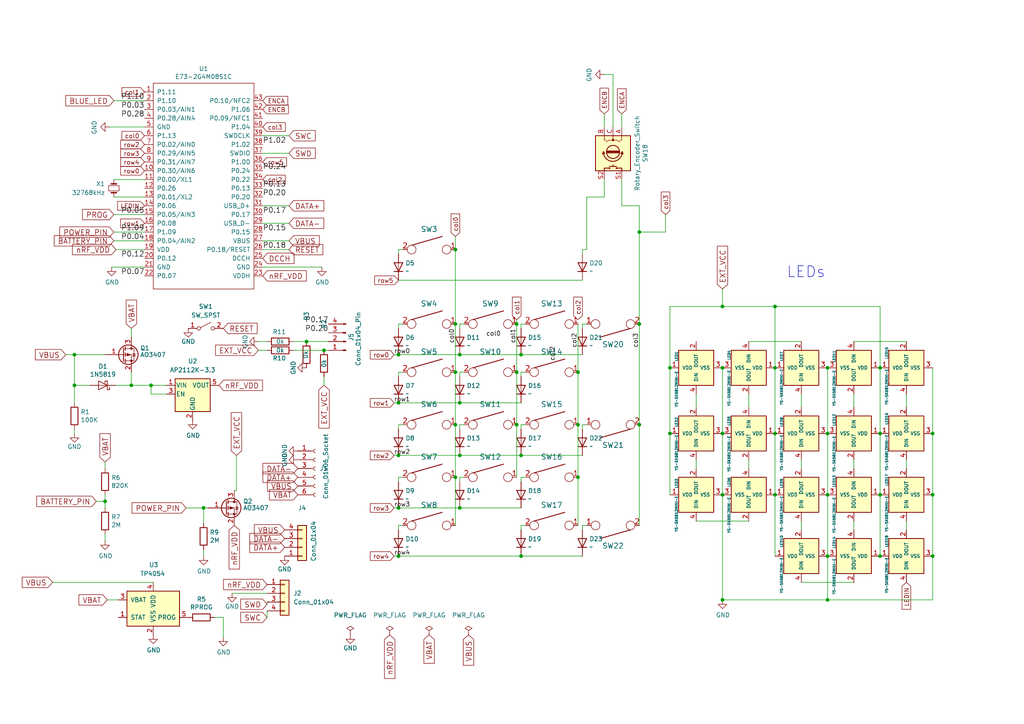
<source format=kicad_sch>
(kicad_sch (version 20250114) (generator "eeschema") (generator_version "9.0")
  (paper "A4")
  (lib_symbols
    (symbol "Battery_Management:MCP73832-2-OT" (pin_names (offset 1.016))
      (property "Reference" "U" (at -7.62 6.35 0))
      (property "Value" "MCP73832-2-OT" (at 1.27 6.35 0))
      (symbol "MCP73832-2-OT_1_1"
        (pin input line (at -10.16 -2.54 0) (length 2.54) (name "PROG") (number "5"))
        (pin power_in line (at 0 7.62 270) (length 2.54) (name "VDD") (number "4"))
        (pin power_in line (at 0 -7.62 90) (length 2.54) (name "VSS") (number "2"))
        (pin power_out line (at 10.16 2.54 180) (length 2.54) (name "VBAT") (number "3"))
        (pin output line (at 10.16 -2.54 180) (length 2.54) (name "STAT") (number "1"))
      )
    )
    (symbol "Connector:Conn_01x04_Pin" (pin_names (offset 1.016) (hide yes))
      (property "Reference" "J" (at 0 5.08 0))
      (property "Value" "Conn_01x04_Pin" (at 0 -7.62 0))
      (symbol "Conn_01x04_Pin_1_1"
        (pin passive line (at 5.08 2.54 180) (length 3.81) (name "Pin_1") (number "1"))
        (pin passive line (at 5.08 0 180) (length 3.81) (name "Pin_2") (number "2"))
        (pin passive line (at 5.08 -2.54 180) (length 3.81) (name "Pin_3") (number "3"))
        (pin passive line (at 5.08 -5.08 180) (length 3.81) (name "Pin_4") (number "4"))
      )
    )
    (symbol "Connector:Conn_01x06_Socket" (pin_names (offset 1.016) (hide yes))
      (property "Reference" "J" (at 0 7.62 0))
      (property "Value" "Conn_01x06_Socket" (at 0 -10.16 0))
      (symbol "Conn_01x06_Socket_1_1"
        (pin passive line (at -5.08 5.08 0) (length 3.81) (name "Pin_1") (number "1"))
        (pin passive line (at -5.08 2.54 0) (length 3.81) (name "Pin_2") (number "2"))
        (pin passive line (at -5.08 0 0) (length 3.81) (name "Pin_3") (number "3"))
        (pin passive line (at -5.08 -2.54 0) (length 3.81) (name "Pin_4") (number "4"))
        (pin passive line (at -5.08 -5.08 0) (length 3.81) (name "Pin_5") (number "5"))
        (pin passive line (at -5.08 -7.62 0) (length 3.81) (name "Pin_6") (number "6"))
      )
    )
    (symbol "Connector_Generic:Conn_01x04" (pin_names (offset 1.016) (hide yes))
      (property "Reference" "J" (at 0 5.08 0))
      (property "Value" "Conn_01x04" (at 0 -7.62 0))
      (symbol "Conn_01x04_1_1"
        (pin passive line (at -5.08 2.54 0) (length 3.81) (name "Pin_1") (number "1"))
        (pin passive line (at -5.08 0 0) (length 3.81) (name "Pin_2") (number "2"))
        (pin passive line (at -5.08 -2.54 0) (length 3.81) (name "Pin_3") (number "3"))
        (pin passive line (at -5.08 -5.08 0) (length 3.81) (name "Pin_4") (number "4"))
      )
    )
    (symbol "Device:Crystal_Small" (pin_numbers (hide yes)) (pin_names (offset 1.016) (hide yes))
      (property "Reference" "Y" (at 0 2.54 0))
      (property "Value" "Crystal_Small" (at 0 -2.54 0))
      (symbol "Crystal_Small_1_1"
        (pin passive line (at -2.54 0 0) (length 1.27) (name "1") (number "1"))
        (pin passive line (at 2.54 0 180) (length 1.27) (name "2") (number "2"))
      )
    )
    (symbol "Device:D" (pin_numbers (hide yes)) (pin_names (offset 1.016) (hide yes))
      (property "Reference" "D" (at 0 2.54 0))
      (property "Value" "D" (at 0 -2.54 0))
      (symbol "D_1_1"
        (pin passive line (at -3.81 0 0) (length 2.54) (name "K") (number "1"))
        (pin passive line (at 3.81 0 180) (length 2.54) (name "A") (number "2"))
      )
    )
    (symbol "Device:R" (pin_numbers (hide yes)) (pin_names (offset 0))
      (property "Reference" "R" (at 2.032 0 90))
      (property "Value" "R" (at 0 0 90))
      (symbol "R_1_1"
        (pin passive line (at 0 3.81 270) (length 1.27) (name "~") (number "1"))
        (pin passive line (at 0 -3.81 90) (length 1.27) (name "~") (number "2"))
      )
    )
    (symbol "Regulator_Linear:AP2112K-3.3" (pin_names (offset 0.254))
      (property "Reference" "U" (at -5.08 5.715 0))
      (property "Value" "AP2112K-3.3" (at 0 5.715 0))
      (symbol "AP2112K-3.3_1_1"
        (pin power_in line (at -7.62 2.54 0) (length 2.54) (name "VIN") (number "1"))
        (pin input line (at -7.62 0 0) (length 2.54) (name "EN") (number "3"))
        (pin power_in line (at 0 -7.62 90) (length 2.54) (name "GND") (number "2"))
        (pin no_connect line (at 5.08 0 180) (length 2.54) (hide yes) (name "NC") (number "4"))
        (pin power_out line (at 7.62 2.54 180) (length 2.54) (name "VOUT") (number "5"))
      )
    )
    (symbol "SofleKeyboard-rescue:GND-power" (power) (pin_names (offset 0))
      (property "Value" "GND-power" (at 0 -3.81 0))
      (symbol "GND-power_1_1"
        (pin power_in line (at 0 0 270) (length 0) (hide yes) (name "GND") (number "1"))
      )
    )
    (symbol "SofleKeyboard-rescue:Rotary_Encoder_Switch-Device" (pin_names (offset 0.254) (hide yes))
      (property "Reference" "SW" (at 0 6.604 0))
      (property "Value" "Rotary_Encoder_Switch-Device" (at 0 -6.604 0))
      (symbol "Rotary_Encoder_Switch-Device_1_1"
        (pin passive line (at -7.62 2.54 0) (length 2.54) (name "A") (number "A"))
        (pin passive line (at -7.62 0 0) (length 2.54) (name "C") (number "C"))
        (pin passive line (at -7.62 -2.54 0) (length 2.54) (name "B") (number "B"))
        (pin passive line (at 7.62 2.54 180) (length 2.54) (name "S1") (number "S1"))
        (pin passive line (at 7.62 -2.54 180) (length 2.54) (name "S2") (number "S2"))
      )
    )
    (symbol "Switch:SW_SPST" (pin_names (offset 0) (hide yes))
      (property "Reference" "SW" (at 0 3.175 0))
      (property "Value" "SW_SPST" (at 0 -2.54 0))
      (symbol "SW_SPST_1_1"
        (pin passive line (at -5.08 0 0) (length 2.54) (name "A") (number "1"))
        (pin passive line (at 5.08 0 180) (length 2.54) (name "B") (number "2"))
      )
    )
    (symbol "discipad-pcb-rescue:KEYSW-keyboard_parts" (pin_names (offset 1.016))
      (property "Reference" "K?" (at -1.27 0 0))
      (symbol "KEYSW-keyboard_parts_1_1"
        (pin passive line (at -7.62 0 0) (length 1.27) (name "~") (number "2"))
        (pin passive line (at 7.62 0 180) (length 1.27) (name "~") (number "1"))
      )
    )
    (symbol "kbd_local:YS-SK6812MINI-E" (pin_names (offset 1.016))
      (property "Reference" "LED" (at 2.54 -7.62 0))
      (property "Value" "YS-SK6812MINI-E" (at 6.35 -6.35 0))
      (symbol "YS-SK6812MINI-E_1_1"
        (pin input line (at -7.62 0 0) (length 2.54) (name "DIN") (number "4"))
        (pin power_in line (at 0 7.62 270) (length 2.54) (name "VDD") (number "1"))
        (pin power_in line (at 0 -7.62 90) (length 2.54) (name "VSS") (number "3"))
        (pin output line (at 7.62 0 180) (length 2.54) (name "DOUT") (number "2"))
      )
    )
    (symbol "nrfmicro-rescue:BSS83P" (pin_names (offset 0) (hide yes))
      (property "Reference" "Q" (at 5.08 1.905 0))
      (property "Value" "BSS83P" (at 5.08 0 0))
      (symbol "BSS83P_1_1"
        (pin input line (at -5.08 0 0) (length 5.08) (name "G") (number "1"))
        (pin passive line (at 2.54 5.08 270) (length 2.54) (name "D") (number "3"))
        (pin passive line (at 2.54 -5.08 90) (length 2.54) (name "S") (number "2"))
      )
    )
    (symbol "nrfmicro-rescue:GND" (power) (pin_names (offset 0))
      (property "Value" "GND" (at 0 -3.81 0))
      (symbol "GND_1_1"
        (pin power_in line (at 0 0 270) (length 0) (hide yes) (name "GND") (number "1"))
      )
    )
    (symbol "nrfmicro-rescue:MBR0520" (pin_numbers (hide yes)) (pin_names (offset 1.016) (hide yes))
      (property "Reference" "D" (at 0 2.54 0))
      (property "Value" "MBR0520" (at 0 -2.54 0))
      (symbol "MBR0520_1_1"
        (pin passive line (at -3.81 0 0) (length 2.54) (name "K") (number "1"))
        (pin passive line (at 3.81 0 180) (length 2.54) (name "A") (number "2"))
      )
    )
    (symbol "nrfmicro-rescue:R" (pin_numbers (hide yes)) (pin_names (offset 0))
      (property "Reference" "R" (at 2.032 0 90))
      (property "Value" "R" (at 0 0 90))
      (symbol "R_1_1"
        (pin passive line (at 0 3.81 270) (length 1.27) (name "~") (number "1"))
        (pin passive line (at 0 -3.81 90) (length 1.27) (name "~") (number "2"))
      )
    )
    (symbol "nrfmicro:E73-2G4M08S1C-52840" (pin_names (offset 1.016))
      (property "Reference" "U" (at 0 29.21 0))
      (property "Value" "E73-2G4M08S1C-52840" (at 0 -27.94 0))
      (symbol "E73-2G4M08S1C-52840_1_1"
        (pin input line (at -17.78 27.94 0) (length 2.54) (name "P1.11") (number "1"))
        (pin input line (at -17.78 25.4 0) (length 2.54) (name "P1.10") (number "2"))
        (pin input line (at -17.78 22.86 0) (length 2.54) (name "P0.03/AIN1") (number "3"))
        (pin input line (at -17.78 20.32 0) (length 2.54) (name "P0.28/AIN4") (number "4"))
        (pin power_in line (at -17.78 17.78 0) (length 2.54) (name "GND") (number "5"))
        (pin input line (at -17.78 15.24 0) (length 2.54) (name "P1.13") (number "6"))
        (pin input line (at -17.78 12.7 0) (length 2.54) (name "P0.02/AIN0") (number "7"))
        (pin input line (at -17.78 10.16 0) (length 2.54) (name "P0.29/AIN5") (number "8"))
        (pin input line (at -17.78 7.62 0) (length 2.54) (name "P0.31/AIN7") (number "9"))
        (pin input line (at -17.78 5.08 0) (length 2.54) (name "P0.30/AIN6") (number "10"))
        (pin input line (at -17.78 2.54 0) (length 2.54) (name "P0.00/XL1") (number "11"))
        (pin input line (at -17.78 0 0) (length 2.54) (name "P0.26") (number "12"))
        (pin input line (at -17.78 -2.54 0) (length 2.54) (name "P0.01/XL2") (number "13"))
        (pin input line (at -17.78 -5.08 0) (length 2.54) (name "P0.06") (number "14"))
        (pin input line (at -17.78 -7.62 0) (length 2.54) (name "P0.05/AIN3") (number "15"))
        (pin input line (at -17.78 -10.16 0) (length 2.54) (name "P0.08") (number "16"))
        (pin input line (at -17.78 -12.7 0) (length 2.54) (name "P1.09") (number "17"))
        (pin input line (at -17.78 -15.24 0) (length 2.54) (name "P0.04/AIN2") (number "18"))
        (pin power_in line (at -17.78 -17.78 0) (length 2.54) (name "VDD") (number "19"))
        (pin input line (at -17.78 -20.32 0) (length 2.54) (name "P0.12") (number "20"))
        (pin power_in line (at -17.78 -22.86 0) (length 2.54) (name "GND") (number "21"))
        (pin input line (at -17.78 -25.4 0) (length 2.54) (name "P0.07") (number "22"))
        (pin input line (at 16.51 25.4 180) (length 2.54) (name "P0.10/NFC2") (number "43"))
        (pin input line (at 16.51 22.86 180) (length 2.54) (name "P1.06") (number "42"))
        (pin input line (at 16.51 20.32 180) (length 2.54) (name "P0.09/NFC1") (number "41"))
        (pin input line (at 16.51 17.78 180) (length 2.54) (name "P1.04") (number "40"))
        (pin input line (at 16.51 15.24 180) (length 2.54) (name "SWDCLK") (number "39"))
        (pin input line (at 16.51 12.7 180) (length 2.54) (name "P1.02") (number "38"))
        (pin input line (at 16.51 10.16 180) (length 2.54) (name "SWDIO") (number "37"))
        (pin input line (at 16.51 7.62 180) (length 2.54) (name "P1.00") (number "36"))
        (pin input line (at 16.51 5.08 180) (length 2.54) (name "P0.24") (number "35"))
        (pin input line (at 16.51 2.54 180) (length 2.54) (name "P0.22") (number "34"))
        (pin input line (at 16.51 0 180) (length 2.54) (name "P0.13") (number "33"))
        (pin input line (at 16.51 -2.54 180) (length 2.54) (name "P0.20") (number "32"))
        (pin input line (at 16.51 -5.08 180) (length 2.54) (name "USB_D+") (number "31"))
        (pin input line (at 16.51 -7.62 180) (length 2.54) (name "P0.17") (number "30"))
        (pin input line (at 16.51 -10.16 180) (length 2.54) (name "USB_D-") (number "29"))
        (pin power_in line (at 16.51 -12.7 180) (length 2.54) (name "P0.15") (number "28"))
        (pin power_in line (at 16.51 -15.24 180) (length 2.54) (name "VBUS") (number "27"))
        (pin input line (at 16.51 -17.78 180) (length 2.54) (name "P0.18/RESET") (number "26"))
        (pin power_out line (at 16.51 -20.32 180) (length 2.54) (name "DCCH") (number "25"))
        (pin power_in line (at 16.51 -22.86 180) (length 2.54) (name "GND") (number "24"))
        (pin power_in line (at 16.51 -25.4 180) (length 2.54) (name "VDDH") (number "23"))
      )
    )
    (symbol "power:GND" (power) (pin_names (offset 0))
      (property "Value" "GND" (at 0 -3.81 0))
      (symbol "GND_1_1"
        (pin power_in line (at 0 0 270) (length 0) (hide yes) (name "GND") (number "1"))
      )
    )
    (symbol "power:PWR_FLAG" (power) (pin_numbers (hide yes)) (pin_names (offset 0) (hide yes))
      (property "Value" "PWR_FLAG" (at 0 3.81 0))
      (symbol "PWR_FLAG_0_0"
        (pin power_out line (at 0 0 90) (length 0) (name "pwr") (number "1"))
      )
    )
  )
  (text "LEDs" (at 228.092 80.899 0) (effects (font (size 3.175 3.175)) (justify left bottom)))
  (junction (at 115.57 116.84))
  (junction (at 240.03 173.99))
  (junction (at 132.08 93.98))
  (junction (at 167.64 123.19))
  (junction (at 151.13 102.87))
  (junction (at 115.57 147.32))
  (junction (at 224.79 125.73))
  (junction (at 30.48 145.415))
  (junction (at 115.57 161.29))
  (junction (at 185.42 123.19))
  (junction (at 167.64 107.95))
  (junction (at 209.55 125.73))
  (junction (at 149.86 123.19))
  (junction (at 133.35 102.87))
  (junction (at 59.055 147.32))
  (junction (at 132.08 107.95))
  (junction (at 133.35 132.08))
  (junction (at 115.57 132.08))
  (junction (at 270.51 125.73))
  (junction (at 224.79 106.68))
  (junction (at 21.59 102.87))
  (junction (at 151.13 132.08))
  (junction (at 194.31 125.73))
  (junction (at 132.08 123.19))
  (junction (at 240.03 106.68))
  (junction (at 133.35 116.84))
  (junction (at 149.86 107.95))
  (junction (at 240.03 125.73))
  (junction (at 209.55 88.9))
  (junction (at 43.815 111.76))
  (junction (at 224.79 88.9))
  (junction (at 255.27 143.51))
  (junction (at 151.13 161.29))
  (junction (at 209.55 106.68))
  (junction (at 132.08 72.39))
  (junction (at 255.27 106.68))
  (junction (at 185.42 93.98))
  (junction (at 224.79 143.51))
  (junction (at 149.86 93.98))
  (junction (at 132.08 138.43))
  (junction (at 255.27 125.73))
  (junction (at 240.03 161.29))
  (junction (at 209.55 173.99))
  (junction (at 93.98 101.6))
  (junction (at 270.51 161.29))
  (junction (at 167.64 138.43))
  (junction (at 194.31 106.68))
  (junction (at 185.42 67.31))
  (junction (at 38.1 111.76))
  (junction (at 209.55 143.51))
  (junction (at 270.51 143.51))
  (junction (at 133.35 147.32))
  (junction (at 88.9 99.06))
  (junction (at 21.59 111.76))
  (junction (at 255.27 161.29))
  (junction (at 240.03 143.51))
  (junction (at 115.57 102.87))
  (wire (pts (xy 31.115 173.99) (xy 34.29 173.99)))
  (wire (pts (xy 170.18 57.15) (xy 170.18 72.39)))
  (wire (pts (xy 255.27 106.68) (xy 255.27 125.73)))
  (wire (pts (xy 83.82 72.39) (xy 76.2 72.39)))
  (wire (pts (xy 30.48 154.94) (xy 30.48 156.845)))
  (wire (pts (xy 152.4 93.98) (xy 151.13 93.98)))
  (wire (pts (xy 168.91 123.19) (xy 168.91 124.46)))
  (wire (pts (xy 114.3 102.87) (xy 115.57 102.87)))
  (wire (pts (xy 33.02 62.23) (xy 41.91 62.23)))
  (wire (pts (xy 232.41 99.06) (xy 217.17 99.06)))
  (wire (pts (xy 151.13 161.29) (xy 168.91 161.29)))
  (wire (pts (xy 41.91 29.21) (xy 33.02 29.21)))
  (wire (pts (xy 270.51 161.29) (xy 270.51 173.99)))
  (wire (pts (xy 115.57 102.87) (xy 133.35 102.87)))
  (wire (pts (xy 201.93 118.11) (xy 201.93 114.3)))
  (wire (pts (xy 270.51 173.99) (xy 240.03 173.99)))
  (wire (pts (xy 255.27 125.73) (xy 255.27 143.51)))
  (wire (pts (xy 209.55 173.99) (xy 240.03 173.99)))
  (wire (pts (xy 85.09 101.6) (xy 93.98 101.6)))
  (wire (pts (xy 152.4 138.43) (xy 151.13 138.43)))
  (wire (pts (xy 115.57 93.98) (xy 115.57 95.25)))
  (wire (pts (xy 74.93 99.06) (xy 77.47 99.06)))
  (wire (pts (xy 170.18 57.15) (xy 175.26 57.15)))
  (wire (pts (xy 114.3 132.08) (xy 115.57 132.08)))
  (wire (pts (xy 247.65 99.06) (xy 262.89 99.06)))
  (wire (pts (xy 133.35 138.43) (xy 133.35 139.7)))
  (wire (pts (xy 115.57 138.43) (xy 115.57 139.7)))
  (wire (pts (xy 21.59 124.46) (xy 21.59 125.73)))
  (wire (pts (xy 168.91 73.66) (xy 168.91 72.39)))
  (wire (pts (xy 132.08 68.58) (xy 132.08 72.39)))
  (wire (pts (xy 132.08 107.95) (xy 132.08 123.19)))
  (wire (pts (xy 77.47 175.26) (xy 77.47 174.625)))
  (wire (pts (xy 151.13 152.4) (xy 151.13 153.67)))
  (wire (pts (xy 217.17 118.11) (xy 217.17 114.3)))
  (wire (pts (xy 217.17 133.35) (xy 217.17 135.89)))
  (wire (pts (xy 209.55 125.73) (xy 209.55 143.51)))
  (wire (pts (xy 201.93 135.89) (xy 201.93 133.35)))
  (wire (pts (xy 194.31 106.68) (xy 194.31 125.73)))
  (wire (pts (xy 262.89 114.3) (xy 262.89 118.11)))
  (wire (pts (xy 132.08 138.43) (xy 132.08 123.19)))
  (wire (pts (xy 115.57 132.08) (xy 133.35 132.08)))
  (wire (pts (xy 149.86 107.95) (xy 149.86 123.19)))
  (wire (pts (xy 247.65 114.3) (xy 247.65 118.11)))
  (wire (pts (xy 59.055 147.32) (xy 60.325 147.32)))
  (wire (pts (xy 133.35 116.84) (xy 151.13 116.84)))
  (wire (pts (xy 170.18 123.19) (xy 168.91 123.19)))
  (wire (pts (xy 83.82 69.85) (xy 76.2 69.85)))
  (wire (pts (xy 116.84 138.43) (xy 115.57 138.43)))
  (wire (pts (xy 93.98 101.6) (xy 95.25 101.6)))
  (wire (pts (xy 151.13 93.98) (xy 151.13 95.25)))
  (wire (pts (xy 151.13 123.19) (xy 151.13 124.46)))
  (wire (pts (xy 152.4 123.19) (xy 151.13 123.19)))
  (wire (pts (xy 77.47 101.6) (xy 74.93 101.6)))
  (wire (pts (xy 194.31 88.9) (xy 194.31 106.68)))
  (wire (pts (xy 152.4 152.4) (xy 151.13 152.4)))
  (wire (pts (xy 43.815 114.3) (xy 43.815 111.76)))
  (wire (pts (xy 232.41 135.89) (xy 232.41 133.35)))
  (wire (pts (xy 85.09 99.06) (xy 88.9 99.06)))
  (wire (pts (xy 133.35 147.32) (xy 151.13 147.32)))
  (wire (pts (xy 33.02 57.15) (xy 41.91 57.15)))
  (wire (pts (xy 59.055 159.385) (xy 59.055 161.29)))
  (wire (pts (xy 209.55 143.51) (xy 209.55 173.99)))
  (wire (pts (xy 262.89 133.35) (xy 262.89 135.89)))
  (wire (pts (xy 167.64 123.19) (xy 167.64 138.43)))
  (wire (pts (xy 115.57 161.29) (xy 151.13 161.29)))
  (wire (pts (xy 232.41 118.11) (xy 232.41 114.3)))
  (wire (pts (xy 247.65 151.13) (xy 247.65 153.67)))
  (wire (pts (xy 53.975 147.32) (xy 59.055 147.32)))
  (wire (pts (xy 149.86 92.71) (xy 149.86 93.98)))
  (wire (pts (xy 168.91 93.98) (xy 168.91 95.25)))
  (wire (pts (xy 88.9 99.06) (xy 95.25 99.06)))
  (wire (pts (xy 21.59 111.76) (xy 21.59 116.84)))
  (wire (pts (xy 116.84 123.19) (xy 115.57 123.19)))
  (wire (pts (xy 180.34 59.69) (xy 185.42 59.69)))
  (wire (pts (xy 240.03 143.51) (xy 240.03 161.29)))
  (wire (pts (xy 83.82 44.45) (xy 76.2 44.45)))
  (wire (pts (xy 116.84 93.98) (xy 115.57 93.98)))
  (wire (pts (xy 167.64 107.95) (xy 167.64 123.19)))
  (wire (pts (xy 170.18 93.98) (xy 168.91 93.98)))
  (wire (pts (xy 175.26 57.15) (xy 175.26 52.07)))
  (wire (pts (xy 193.04 62.23) (xy 193.04 67.31)))
  (wire (pts (xy 83.82 64.77) (xy 76.2 64.77)))
  (wire (pts (xy 62.23 179.07) (xy 64.77 179.07)))
  (wire (pts (xy 270.51 125.73) (xy 270.51 143.51)))
  (wire (pts (xy 167.64 138.43) (xy 167.64 152.4)))
  (wire (pts (xy 33.02 52.07) (xy 41.91 52.07)))
  (wire (pts (xy 209.55 88.9) (xy 194.31 88.9)))
  (wire (pts (xy 132.08 93.98) (xy 132.08 107.95)))
  (wire (pts (xy 133.35 123.19) (xy 133.35 124.46)))
  (wire (pts (xy 116.84 107.95) (xy 115.57 107.95)))
  (wire (pts (xy 115.57 107.95) (xy 115.57 109.22)))
  (wire (pts (xy 38.1 95.25) (xy 38.1 97.79)))
  (wire (pts (xy 21.59 102.87) (xy 19.05 102.87)))
  (wire (pts (xy 151.13 107.95) (xy 151.13 109.22)))
  (wire (pts (xy 67.31 172.085) (xy 77.47 172.085)))
  (wire (pts (xy 224.79 125.73) (xy 224.79 143.51)))
  (wire (pts (xy 41.91 77.47) (xy 32.385 77.47)))
  (wire (pts (xy 185.42 123.19) (xy 185.42 152.4)))
  (wire (pts (xy 77.47 179.07) (xy 77.47 177.165)))
  (wire (pts (xy 175.26 33.02) (xy 175.26 36.83)))
  (wire (pts (xy 27.94 145.415) (xy 30.48 145.415)))
  (wire (pts (xy 38.1 111.76) (xy 43.815 111.76)))
  (wire (pts (xy 247.65 133.35) (xy 247.65 135.89)))
  (wire (pts (xy 255.27 143.51) (xy 255.27 161.29)))
  (wire (pts (xy 224.79 88.9) (xy 224.79 106.68)))
  (wire (pts (xy 185.42 59.69) (xy 185.42 67.31)))
  (wire (pts (xy 240.03 106.68) (xy 240.03 125.73)))
  (wire (pts (xy 114.3 116.84) (xy 115.57 116.84)))
  (wire (pts (xy 224.79 143.51) (xy 224.79 161.29)))
  (wire (pts (xy 21.59 111.76) (xy 26.035 111.76)))
  (wire (pts (xy 167.64 93.98) (xy 167.64 107.95)))
  (wire (pts (xy 116.84 152.4) (xy 115.57 152.4)))
  (wire (pts (xy 38.1 107.95) (xy 38.1 111.76)))
  (wire (pts (xy 170.18 152.4) (xy 168.91 152.4)))
  (wire (pts (xy 224.79 106.68) (xy 224.79 125.73)))
  (wire (pts (xy 270.51 143.51) (xy 270.51 161.29)))
  (wire (pts (xy 76.2 77.47) (xy 93.345 77.47)))
  (wire (pts (xy 240.03 161.29) (xy 240.03 173.99)))
  (wire (pts (xy 114.3 161.29) (xy 115.57 161.29)))
  (wire (pts (xy 21.59 102.87) (xy 21.59 111.76)))
  (wire (pts (xy 48.26 114.3) (xy 43.815 114.3)))
  (wire (pts (xy 15.24 168.91) (xy 44.45 168.91)))
  (wire (pts (xy 180.34 33.02) (xy 180.34 36.83)))
  (wire (pts (xy 134.62 93.98) (xy 133.35 93.98)))
  (wire (pts (xy 134.62 123.19) (xy 133.35 123.19)))
  (wire (pts (xy 240.03 125.73) (xy 240.03 143.51)))
  (wire (pts (xy 114.3 147.32) (xy 115.57 147.32)))
  (wire (pts (xy 133.35 102.87) (xy 151.13 102.87)))
  (wire (pts (xy 209.55 106.68) (xy 209.55 125.73)))
  (wire (pts (xy 133.35 132.08) (xy 151.13 132.08)))
  (wire (pts (xy 83.82 59.69) (xy 76.2 59.69)))
  (wire (pts (xy 270.51 106.68) (xy 270.51 125.73)))
  (wire (pts (xy 68.58 132.08) (xy 68.58 142.24)))
  (wire (pts (xy 209.55 88.9) (xy 224.79 88.9)))
  (wire (pts (xy 93.98 111.76) (xy 93.98 109.22)))
  (wire (pts (xy 193.04 67.31) (xy 185.42 67.31)))
  (wire (pts (xy 132.08 72.39) (xy 132.08 93.98)))
  (wire (pts (xy 33.655 111.76) (xy 38.1 111.76)))
  (wire (pts (xy 68.58 142.24) (xy 67.945 142.24)))
  (wire (pts (xy 30.48 133.985) (xy 30.48 135.89)))
  (wire (pts (xy 224.79 88.9) (xy 255.27 88.9)))
  (wire (pts (xy 115.57 73.66) (xy 115.57 72.39)))
  (wire (pts (xy 115.57 123.19) (xy 115.57 124.46)))
  (wire (pts (xy 41.91 69.85) (xy 33.02 69.85)))
  (wire (pts (xy 115.57 147.32) (xy 133.35 147.32)))
  (wire (pts (xy 185.42 93.98) (xy 185.42 123.19)))
  (wire (pts (xy 177.8 36.83) (xy 177.8 21.59)))
  (wire (pts (xy 152.4 107.95) (xy 151.13 107.95)))
  (wire (pts (xy 262.89 151.13) (xy 262.89 153.67)))
  (wire (pts (xy 115.57 152.4) (xy 115.57 153.67)))
  (wire (pts (xy 149.86 123.19) (xy 149.86 138.43)))
  (wire (pts (xy 83.82 39.37) (xy 76.2 39.37)))
  (wire (pts (xy 134.62 107.95) (xy 133.35 107.95)))
  (wire (pts (xy 115.57 116.84) (xy 133.35 116.84)))
  (wire (pts (xy 31.75 36.83) (xy 41.91 36.83)))
  (wire (pts (xy 185.42 67.31) (xy 185.42 93.98)))
  (wire (pts (xy 247.65 168.91) (xy 232.41 168.91)))
  (wire (pts (xy 33.02 67.31) (xy 41.91 67.31)))
  (wire (pts (xy 41.91 72.39) (xy 33.655 72.39)))
  (wire (pts (xy 132.08 138.43) (xy 132.08 152.4)))
  (wire (pts (xy 30.48 143.51) (xy 30.48 145.415)))
  (wire (pts (xy 64.77 179.07) (xy 64.77 184.785)))
  (wire (pts (xy 168.91 152.4) (xy 168.91 153.67)))
  (wire (pts (xy 115.57 81.28) (xy 168.91 81.28)))
  (wire (pts (xy 115.57 72.39) (xy 116.84 72.39)))
  (wire (pts (xy 151.13 102.87) (xy 168.91 102.87)))
  (wire (pts (xy 209.55 83.82) (xy 209.55 88.9)))
  (wire (pts (xy 133.35 93.98) (xy 133.35 95.25)))
  (wire (pts (xy 151.13 132.08) (xy 168.91 132.08)))
  (wire (pts (xy 194.31 125.73) (xy 194.31 143.51)))
  (wire (pts (xy 149.86 93.98) (xy 149.86 107.95)))
  (wire (pts (xy 59.055 151.765) (xy 59.055 147.32)))
  (wire (pts (xy 21.59 102.87) (xy 30.48 102.87)))
  (wire (pts (xy 168.91 72.39) (xy 170.18 72.39)))
  (wire (pts (xy 177.8 21.59) (xy 175.26 21.59)))
  (wire (pts (xy 201.93 151.13) (xy 217.17 151.13)))
  (wire (pts (xy 232.41 151.13) (xy 232.41 153.67)))
  (wire (pts (xy 180.34 52.07) (xy 180.34 59.69)))
  (wire (pts (xy 30.48 145.415) (xy 30.48 147.32)))
  (wire (pts (xy 151.13 138.43) (xy 151.13 139.7)))
  (wire (pts (xy 43.815 111.76) (xy 48.26 111.76)))
  (wire (pts (xy 133.35 107.95) (xy 133.35 109.22)))
  (wire (pts (xy 255.27 88.9) (xy 255.27 106.68)))
  (wire (pts (xy 134.62 138.43) (xy 133.35 138.43)))
  (label "P0.15" (at 76.2 67.31 0) (effects (font (size 1.524 1.524))))
  (label "P0.20" (at 95.25 96.52 180) (effects (font (size 1.524 1.524))))
  (label "P0.28" (at 41.91 34.29 180) (effects (font (size 1.524 1.524))))
  (label "col0" (at 132.08 95.25 270))
  (label "col1" (at 149.86 95.25 270))
  (label "row3" (at 114.3 147.32 0))
  (label "P0.04" (at 41.91 69.85 180) (effects (font (size 1.524 1.524))))
  (label "row0" (at 114.3 102.87 0))
  (label "row2" (at 114.3 132.08 0))
  (label "P0.12" (at 41.91 74.93 180) (effects (font (size 1.524 1.524))))
  (label "P0.17" (at 76.2 62.23 0) (effects (font (size 1.524 1.524))))
  (label "col0" (at 140.97 97.79 0))
  (label "P0.20" (at 76.2 57.15 0) (effects (font (size 1.524 1.524))))
  (label "P1.09" (at 41.91 67.31 180) (effects (font (size 1.524 1.524))))
  (label "P1.02" (at 76.2 41.91 0) (effects (font (size 1.524 1.524))))
  (label "P0.24" (at 76.2 49.53 0) (effects (font (size 1.524 1.524))))
  (label "P0.05" (at 41.91 62.23 180) (effects (font (size 1.524 1.524))))
  (label "P0.07" (at 41.91 80.01 180) (effects (font (size 1.524 1.524))))
  (label "row4" (at 114.3 161.29 0))
  (label "col2" (at 167.64 96.52 270))
  (label "P1.10" (at 41.91 29.21 180) (effects (font (size 1.524 1.524))))
  (label "P0.17" (at 95.25 93.98 180) (effects (font (size 1.524 1.524))))
  (label "col3" (at 185.42 96.52 270))
  (label "P0.18" (at 76.2 72.39 0) (effects (font (size 1.524 1.524))))
  (label "P0.03" (at 41.91 31.75 180) (effects (font (size 1.524 1.524))))
  (label "col2" (at 161.29 100.33 270))
  (label "P0.13" (at 76.2 54.61 0) (effects (font (size 1.524 1.524))))
  (label "row1" (at 114.3 116.84 0))
  (global_label "nRF_VDD" (shape input) (at 67.945 152.4 270) (effects (font (size 1.524 1.524))) (property "Intersheetrefs" "${INTERSHEET_REFS}" (effects (hide yes))))
  (global_label "RESET" (shape input) (at 64.77 95.25 0) (effects (font (size 1.524 1.524))) (property "Intersheetrefs" "${INTERSHEET_REFS}" (effects (hide yes))))
  (global_label "VBUS" (shape input) (at 135.89 184.15 270) (effects (font (size 1.524 1.524))) (property "Intersheetrefs" "${INTERSHEET_REFS}" (effects (hide yes))))
  (global_label "POWER_PIN" (shape input) (at 53.975 147.32 180) (effects (font (size 1.524 1.524))) (property "Intersheetrefs" "${INTERSHEET_REFS}" (effects (hide yes))))
  (global_label "row1" (shape input) (at 41.91 64.77 180) (property "Intersheetrefs" "${INTERSHEET_REFS}" (effects (hide yes))))
  (global_label "DATA-" (shape input) (at 83.82 64.77 0) (effects (font (size 1.524 1.524))) (property "Intersheetrefs" "${INTERSHEET_REFS}" (effects (hide yes))))
  (global_label "ENCB" (shape input) (at 76.2 31.75 0) (property "Intersheetrefs" "${INTERSHEET_REFS}" (effects (hide yes))))
  (global_label "nRF_VDD" (shape input) (at 33.655 72.39 180) (effects (font (size 1.524 1.524))) (property "Intersheetrefs" "${INTERSHEET_REFS}" (effects (hide yes))))
  (global_label "SWC" (shape input) (at 83.82 39.37 0) (effects (font (size 1.524 1.524))) (property "Intersheetrefs" "${INTERSHEET_REFS}" (effects (hide yes))))
  (global_label "EXT_VCC" (shape input) (at 74.93 101.6 180) (effects (font (size 1.524 1.524))) (property "Intersheetrefs" "${INTERSHEET_REFS}" (effects (hide yes))))
  (global_label "row2" (shape input) (at 41.91 41.91 180) (property "Intersheetrefs" "${INTERSHEET_REFS}" (effects (hide yes))))
  (global_label "nRF_VDD" (shape input) (at 77.47 169.545 180) (effects (font (size 1.524 1.524))) (property "Intersheetrefs" "${INTERSHEET_REFS}" (effects (hide yes))))
  (global_label "col0" (shape input) (at 132.08 68.58 90) (property "Intersheetrefs" "${INTERSHEET_REFS}" (effects (hide yes))))
  (global_label "DATA-" (shape input) (at 86.36 135.89 180) (effects (font (size 1.524 1.524))) (property "Intersheetrefs" "${INTERSHEET_REFS}" (effects (hide yes))))
  (global_label "DATA+" (shape input) (at 86.36 138.43 180) (effects (font (size 1.524 1.524))) (property "Intersheetrefs" "${INTERSHEET_REFS}" (effects (hide yes))))
  (global_label "ENCB" (shape input) (at 175.26 33.02 90) (property "Intersheetrefs" "${INTERSHEET_REFS}" (effects (hide yes))))
  (global_label "VBAT" (shape input) (at 124.46 184.15 270) (effects (font (size 1.524 1.524))) (property "Intersheetrefs" "${INTERSHEET_REFS}" (effects (hide yes))))
  (global_label "VBUS" (shape input) (at 19.05 102.87 180) (effects (font (size 1.524 1.524))) (property "Intersheetrefs" "${INTERSHEET_REFS}" (effects (hide yes))))
  (global_label "SWD" (shape input) (at 77.47 175.26 180) (effects (font (size 1.524 1.524))) (property "Intersheetrefs" "${INTERSHEET_REFS}" (effects (hide yes))))
  (global_label "DCCH" (shape input) (at 76.2 74.93 0) (effects (font (size 1.524 1.524))) (property "Intersheetrefs" "${INTERSHEET_REFS}" (effects (hide yes))))
  (global_label "VBUS" (shape input) (at 86.36 140.97 180) (effects (font (size 1.524 1.524))) (property "Intersheetrefs" "${INTERSHEET_REFS}" (effects (hide yes))))
  (global_label "row3" (shape input) (at 41.91 44.45 180) (property "Intersheetrefs" "${INTERSHEET_REFS}" (effects (hide yes))))
  (global_label "DATA-" (shape input) (at 82.55 156.21 180) (effects (font (size 1.524 1.524))) (property "Intersheetrefs" "${INTERSHEET_REFS}" (effects (hide yes))))
  (global_label "col2" (shape input) (at 76.2 52.07 0) (property "Intersheetrefs" "${INTERSHEET_REFS}" (effects (hide yes))))
  (global_label "POWER_PIN" (shape input) (at 33.02 67.31 180) (effects (font (size 1.524 1.524))) (property "Intersheetrefs" "${INTERSHEET_REFS}" (effects (hide yes))))
  (global_label "col3" (shape input) (at 76.2 36.83 0) (property "Intersheetrefs" "${INTERSHEET_REFS}" (effects (hide yes))))
  (global_label "nRF_VDD" (shape input) (at 76.2 80.01 0) (effects (font (size 1.524 1.524))) (property "Intersheetrefs" "${INTERSHEET_REFS}" (effects (hide yes))))
  (global_label "LEDIN" (shape input) (at 262.89 168.91 270) (property "Intersheetrefs" "${INTERSHEET_REFS}" (effects (hide yes))))
  (global_label "EXT_VCC" (shape input) (at 209.55 83.82 90) (effects (font (size 1.524 1.524))) (property "Intersheetrefs" "${INTERSHEET_REFS}" (effects (hide yes))))
  (global_label "row3" (shape input) (at 114.3 147.32 180) (property "Intersheetrefs" "${INTERSHEET_REFS}" (effects (hide yes))))
  (global_label "LEDIN" (shape input) (at 41.91 59.69 180) (property "Intersheetrefs" "${INTERSHEET_REFS}" (effects (hide yes))))
  (global_label "nRF_VDD" (shape input) (at 63.5 111.76 0) (effects (font (size 1.524 1.524))) (property "Intersheetrefs" "${INTERSHEET_REFS}" (effects (hide yes))))
  (global_label "row1" (shape input) (at 114.3 116.84 180) (property "Intersheetrefs" "${INTERSHEET_REFS}" (effects (hide yes))))
  (global_label "VBUS" (shape input) (at 83.82 69.85 0) (effects (font (size 1.524 1.524))) (property "Intersheetrefs" "${INTERSHEET_REFS}" (effects (hide yes))))
  (global_label "EXT_VCC" (shape input) (at 93.98 111.76 270) (effects (font (size 1.524 1.524))) (property "Intersheetrefs" "${INTERSHEET_REFS}" (effects (hide yes))))
  (global_label "row5" (shape input) (at 76.2 46.99 0) (property "Intersheetrefs" "${INTERSHEET_REFS}" (effects (hide yes))))
  (global_label "RESET" (shape input) (at 83.82 72.39 0) (effects (font (size 1.524 1.524))) (property "Intersheetrefs" "${INTERSHEET_REFS}" (effects (hide yes))))
  (global_label "VBAT" (shape input) (at 30.48 133.985 90) (effects (font (size 1.524 1.524))) (property "Intersheetrefs" "${INTERSHEET_REFS}" (effects (hide yes))))
  (global_label "row0" (shape input) (at 114.3 102.87 180) (property "Intersheetrefs" "${INTERSHEET_REFS}" (effects (hide yes))))
  (global_label "SWC" (shape input) (at 77.47 179.07 180) (effects (font (size 1.524 1.524))) (property "Intersheetrefs" "${INTERSHEET_REFS}" (effects (hide yes))))
  (global_label "SWD" (shape input) (at 83.82 44.45 0) (effects (font (size 1.524 1.524))) (property "Intersheetrefs" "${INTERSHEET_REFS}" (effects (hide yes))))
  (global_label "row4" (shape input) (at 41.91 46.99 180) (property "Intersheetrefs" "${INTERSHEET_REFS}" (effects (hide yes))))
  (global_label "nRF_VDD" (shape input) (at 113.03 184.15 270) (effects (font (size 1.524 1.524))) (property "Intersheetrefs" "${INTERSHEET_REFS}" (effects (hide yes))))
  (global_label "col0" (shape input) (at 41.91 39.37 180) (property "Intersheetrefs" "${INTERSHEET_REFS}" (effects (hide yes))))
  (global_label "VBUS" (shape input) (at 82.55 153.67 180) (effects (font (size 1.524 1.524))) (property "Intersheetrefs" "${INTERSHEET_REFS}" (effects (hide yes))))
  (global_label "row2" (shape input) (at 114.3 132.08 180) (property "Intersheetrefs" "${INTERSHEET_REFS}" (effects (hide yes))))
  (global_label "BATTERY_PIN" (shape input) (at 27.94 145.415 180) (effects (font (size 1.524 1.524))) (property "Intersheetrefs" "${INTERSHEET_REFS}" (effects (hide yes))))
  (global_label "ENCA" (shape input) (at 180.34 33.02 90) (property "Intersheetrefs" "${INTERSHEET_REFS}" (effects (hide yes))))
  (global_label "col3" (shape input) (at 193.04 62.23 90) (property "Intersheetrefs" "${INTERSHEET_REFS}" (effects (hide yes))))
  (global_label "VBUS" (shape input) (at 15.24 168.91 180) (effects (font (size 1.524 1.524))) (property "Intersheetrefs" "${INTERSHEET_REFS}" (effects (hide yes))))
  (global_label "col1" (shape input) (at 41.91 26.67 180) (property "Intersheetrefs" "${INTERSHEET_REFS}" (effects (hide yes))))
  (global_label "BLUE_LED" (shape input) (at 33.02 29.21 180) (effects (font (size 1.524 1.524))) (property "Intersheetrefs" "${INTERSHEET_REFS}" (effects (hide yes))))
  (global_label "ENCA" (shape input) (at 76.2 29.21 0) (property "Intersheetrefs" "${INTERSHEET_REFS}" (effects (hide yes))))
  (global_label "DATA+" (shape input) (at 82.55 158.75 180) (effects (font (size 1.524 1.524))) (property "Intersheetrefs" "${INTERSHEET_REFS}" (effects (hide yes))))
  (global_label "col1" (shape input) (at 149.86 92.71 90) (property "Intersheetrefs" "${INTERSHEET_REFS}" (effects (hide yes))))
  (global_label "row0" (shape input) (at 41.91 49.53 180) (property "Intersheetrefs" "${INTERSHEET_REFS}" (effects (hide yes))))
  (global_label "DATA+" (shape input) (at 83.82 59.69 0) (effects (font (size 1.524 1.524))) (property "Intersheetrefs" "${INTERSHEET_REFS}" (effects (hide yes))))
  (global_label "row5" (shape input) (at 115.57 81.28 180) (property "Intersheetrefs" "${INTERSHEET_REFS}" (effects (hide yes))))
  (global_label "EXT_VCC" (shape input) (at 68.58 132.08 90) (effects (font (size 1.524 1.524))) (property "Intersheetrefs" "${INTERSHEET_REFS}" (effects (hide yes))))
  (global_label "BATTERY_PIN" (shape input) (at 33.02 69.85 180) (effects (font (size 1.524 1.524))) (property "Intersheetrefs" "${INTERSHEET_REFS}" (effects (hide yes))))
  (global_label "row4" (shape input) (at 114.3 161.29 180) (property "Intersheetrefs" "${INTERSHEET_REFS}" (effects (hide yes))))
  (global_label "VBAT" (shape input) (at 31.115 173.99 180) (effects (font (size 1.524 1.524))) (property "Intersheetrefs" "${INTERSHEET_REFS}" (effects (hide yes))))
  (global_label "PROG" (shape input) (at 33.02 62.23 180) (effects (font (size 1.524 1.524))) (property "Intersheetrefs" "${INTERSHEET_REFS}" (effects (hide yes))))
  (global_label "col2" (shape input) (at 167.64 92.71 90) (property "Intersheetrefs" "${INTERSHEET_REFS}" (effects (hide yes))))
  (global_label "VBAT" (shape input) (at 38.1 95.25 90) (effects (font (size 1.524 1.524))) (property "Intersheetrefs" "${INTERSHEET_REFS}" (effects (hide yes))))
  (global_label "VBAT" (shape input) (at 86.36 143.51 180) (effects (font (size 1.524 1.524))) (property "Intersheetrefs" "${INTERSHEET_REFS}" (effects (hide yes))))
  (symbol (lib_id "nrfmicro-rescue:MBR0520") (at 29.845 111.76 180) (unit 1)
    (property "Reference" "D1" (at 29.845 106.2736 0))
    (property "Value" "1N5819" (at 29.845 108.585 0))
    (property "Footprint" "Diode_SMD:D_SOD-323F" (effects (hide yes)))
  )
  (symbol (lib_id "nrfmicro-rescue:BSS83P") (at 35.56 102.87 0) (unit 1)
    (property "Reference" "Q1" (at 40.64 100.965 0) (effects (justify left)))
    (property "Value" "AO3407" (at 40.64 102.87 0) (effects (justify left)))
    (property "Footprint" "Package_TO_SOT_SMD:SOT-23" (effects (hide yes)))
  )
  (symbol (lib_id "nrfmicro-rescue:R") (at 21.59 120.65 0) (unit 1)
    (property "Reference" "R1" (at 23.368 119.4816 0) (effects (justify left)))
    (property "Value" "100K" (at 23.368 121.793 0) (effects (justify left)))
    (property "Footprint" "Resistor_SMD:R_0603_1608Metric" (effects (hide yes)))
  )
  (symbol (lib_id "nrfmicro-rescue:GND") (at 21.59 125.73 0) (unit 1)
    (property "Reference" "#PWR017" (effects (hide yes)))
    (property "Value" "GND" (at 21.59 129.54 0))
  )
  (symbol (lib_id "nrfmicro:E73-2G4M08S1C-52840") (at 59.69 54.61 0) (unit 1)
    (property "Reference" "U1" (at 59.055 19.939 0))
    (property "Value" "E73-2G4M08S1C" (at 59.055 22.2504 0))
    (property "Footprint" "nrfmicro:E73-2G4M08S1C-52840" (effects (hide yes)))
  )
  (symbol (lib_id "power:GND") (at 44.45 184.15 0) (unit 1)
    (property "Reference" "#PWR0103" (effects (hide yes)))
    (property "Value" "GND" (at 44.577 188.5442 0))
  )
  (symbol (lib_id "power:GND") (at 31.75 36.83 270) (unit 1)
    (property "Reference" "#PWR0107" (effects (hide yes)))
    (property "Value" "GND" (at 27.3558 36.957 0))
  )
  (symbol (lib_id "power:GND") (at 32.385 77.47 0) (unit 1)
    (property "Reference" "#PWR0108" (effects (hide yes)))
    (property "Value" "GND" (at 32.512 81.8642 0))
  )
  (symbol (lib_id "power:GND") (at 93.345 77.47 0) (unit 1)
    (property "Reference" "#PWR0109" (effects (hide yes)))
    (property "Value" "GND" (at 93.472 81.8642 0))
  )
  (symbol (lib_id "Device:R") (at 30.48 139.7 0) (unit 1)
    (property "Reference" "R6" (at 32.258 138.5316 0) (effects (justify left)))
    (property "Value" "820K" (at 32.258 140.843 0) (effects (justify left)))
    (property "Footprint" "Resistor_SMD:R_0603_1608Metric" (effects (hide yes)))
  )
  (symbol (lib_id "Device:R") (at 30.48 151.13 0) (unit 1)
    (property "Reference" "R7" (at 32.258 149.9616 0) (effects (justify left)))
    (property "Value" "2M" (at 32.258 152.273 0) (effects (justify left)))
    (property "Footprint" "Resistor_SMD:R_0603_1608Metric" (effects (hide yes)))
  )
  (symbol (lib_id "nrfmicro-rescue:GND") (at 30.48 156.845 0) (unit 1)
    (property "Reference" "#PWR0102" (effects (hide yes)))
    (property "Value" "GND" (at 30.607 161.2392 0))
  )
  (symbol (lib_id "nrfmicro-rescue:BSS83P") (at 65.405 147.32 0) (unit 1)
    (property "Reference" "Q2" (at 70.485 145.415 0) (effects (justify left)))
    (property "Value" "AO3407" (at 70.485 147.32 0) (effects (justify left)))
    (property "Footprint" "Package_TO_SOT_SMD:SOT-23" (effects (hide yes)))
  )
  (symbol (lib_id "kbd_local:YS-SK6812MINI-E") (at 262.89 143.51 90) (unit 1)
    (property "Reference" "LED17" (at 257.175 140.97 0) (effects (font (size 0.7366 0.7366)) (justify left)))
    (property "Value" "YS-SK6812MINI-E" (at 257.175 154.305 0) (effects (font (size 0.7366 0.7366)) (justify left)))
    (property "Footprint" "Audio_Module:YS-SK6812MINI-E" (effects (hide yes)))
  )
  (symbol (lib_id "Device:D") (at 168.91 77.47 90) (unit 1)
    (property "Reference" "D20" (at 170.9166 76.3016 90) (effects (justify right)))
    (property "Value" "~" (at 170.9166 78.613 90) (effects (justify right)))
    (property "Footprint" "Diode_SMD:D_SOD-123" (effects (hide yes)))
  )
  (symbol (lib_id "Device:D") (at 168.91 157.48 90) (unit 1)
    (property "Reference" "D23" (at 170.9166 156.3116 90) (effects (justify right)))
    (property "Value" "~" (at 170.9166 158.623 90) (effects (justify right)))
    (property "Footprint" "Diode_SMD:D_SOD-123" (effects (hide yes)))
  )
  (symbol (lib_id "kbd_local:YS-SK6812MINI-E") (at 247.65 161.29 270) (unit 1)
    (property "Reference" "LED14" (at 241.935 155.575 0) (effects (font (size 0.7366 0.7366)) (justify left)))
    (property "Value" "YS-SK6812MINI-E" (at 241.935 161.925 0) (effects (font (size 0.7366 0.7366)) (justify left)))
    (property "Footprint" "Audio_Module:YS-SK6812MINI-E" (effects (hide yes)))
  )
  (symbol (lib_id "Device:D") (at 115.57 157.48 90) (unit 1)
    (property "Reference" "D10" (at 117.5766 156.3116 90) (effects (justify right)))
    (property "Value" "~" (at 117.5766 158.623 90) (effects (justify right)))
    (property "Footprint" "Diode_SMD:D_SOD-123" (effects (hide yes)))
  )
  (symbol (lib_id "Device:D") (at 115.57 128.27 90) (unit 1)
    (property "Reference" "D8" (at 117.5766 127.1016 90) (effects (justify right)))
    (property "Value" "~" (at 117.5766 129.413 90) (effects (justify right)))
    (property "Footprint" "Diode_SMD:D_SOD-123" (effects (hide yes)))
  )
  (symbol (lib_id "discipad-pcb-rescue:KEYSW-keyboard_parts") (at 160.02 93.98 0) (unit 1)
    (property "Reference" "SW13" (at 160.02 88.0618 0) (effects (font (size 1.524 1.524))))
    (property "Value" "KEYSW" (effects (hide yes)))
    (property "Footprint" "Aaaaa:MX-Hotswap-1U" (effects (hide yes)))
  )
  (symbol (lib_id "Connector:Conn_01x04_Pin") (at 100.33 99.06 180) (unit 1)
    (property "Reference" "J5" (at 101.854 97.79 90))
    (property "Value" "Conn_01x04_Pin" (at 103.886 98.298 90))
    (property "Footprint" "Connector_PinHeader_2.54mm:PinHeader_1x04_P2.54mm_Vertical" (effects (hide yes)))
    (property "Description" "Generic connector, single row, 01x04, script generated" (effects (hide yes)))
  )
  (symbol (lib_id "Device:D") (at 133.35 128.27 90) (unit 1)
    (property "Reference" "D13" (at 135.3566 127.1016 90) (effects (justify right)))
    (property "Value" "~" (at 135.3566 129.413 90) (effects (justify right)))
    (property "Footprint" "Diode_SMD:D_SOD-123" (effects (hide yes)))
  )
  (symbol (lib_id "discipad-pcb-rescue:KEYSW-keyboard_parts") (at 124.46 72.39 0) (unit 1)
    (property "Reference" "SW3" (at 124.46 66.4718 0) (effects (font (size 1.524 1.524))))
    (property "Value" "KEYSW" (effects (hide yes)))
    (property "Footprint" "Aaaaa:MX-Hotswap-1U" (effects (hide yes)))
  )
  (symbol (lib_id "nrfmicro-rescue:GND") (at 54.61 95.25 0) (unit 1)
    (property "Reference" "#PWR06" (effects (hide yes)))
    (property "Value" "GND" (at 54.61 99.06 0))
  )
  (symbol (lib_id "discipad-pcb-rescue:KEYSW-keyboard_parts") (at 124.46 123.19 0) (unit 1)
    (property "Reference" "SW6" (at 124.46 117.2718 0) (effects (font (size 1.524 1.524))))
    (property "Value" "KEYSW" (effects (hide yes)))
    (property "Footprint" "Aaaaa:MX-Hotswap-1U" (effects (hide yes)))
  )
  (symbol (lib_id "Device:D") (at 168.91 99.06 90) (unit 1)
    (property "Reference" "D21" (at 170.9166 97.8916 90) (effects (justify right)))
    (property "Value" "~" (at 170.9166 100.203 90) (effects (justify right)))
    (property "Footprint" "Diode_SMD:D_SOD-123" (effects (hide yes)))
  )
  (symbol (lib_id "kbd_local:YS-SK6812MINI-E") (at 247.65 143.51 270) (unit 1)
    (property "Reference" "LED13" (at 241.935 137.795 0) (effects (font (size 0.7366 0.7366)) (justify left)))
    (property "Value" "YS-SK6812MINI-E" (at 241.935 144.145 0) (effects (font (size 0.7366 0.7366)) (justify left)))
    (property "Footprint" "Audio_Module:YS-SK6812MINI-E" (effects (hide yes)))
  )
  (symbol (lib_id "SofleKeyboard-rescue:Rotary_Encoder_Switch-Device") (at 177.8 44.45 270) (unit 1)
    (property "Reference" "SW18" (at 187.1218 44.45 0))
    (property "Value" "Rotary_Encoder_Switch" (at 184.8104 44.45 0))
    (property "Footprint" "Audio_Module:RotaryEncoder_Alps_EC11E-Switch_Vertical_H20mm-keebio_modified" (effects (hide yes)))
  )
  (symbol (lib_id "Device:D") (at 151.13 113.03 90) (unit 1)
    (property "Reference" "D16" (at 153.1366 111.8616 90) (effects (justify right)))
    (property "Value" "~" (at 153.1366 114.173 90) (effects (justify right)))
    (property "Footprint" "Diode_SMD:D_SOD-123" (effects (hide yes)))
  )
  (symbol (lib_id "kbd_local:YS-SK6812MINI-E") (at 247.65 106.68 270) (unit 1)
    (property "Reference" "LED11" (at 241.935 101.6 0) (effects (font (size 0.7366 0.7366)) (justify left)))
    (property "Value" "YS-SK6812MINI-E" (at 241.935 107.315 0) (effects (font (size 0.7366 0.7366)) (justify left)))
    (property "Footprint" "Audio_Module:YS-SK6812MINI-E" (effects (hide yes)))
  )
  (symbol (lib_id "kbd_local:YS-SK6812MINI-E") (at 262.89 161.29 90) (unit 1)
    (property "Reference" "LED18" (at 257.175 158.75 0) (effects (font (size 0.7366 0.7366)) (justify left)))
    (property "Value" "YS-SK6812MINI-E" (at 257.175 172.085 0) (effects (font (size 0.7366 0.7366)) (justify left)))
    (property "Footprint" "Audio_Module:YS-SK6812MINI-E" (effects (hide yes)))
  )
  (symbol (lib_id "Connector_Generic:Conn_01x04") (at 82.55 172.085 0) (unit 1)
    (property "Reference" "J2" (at 85.09 172.0849 0) (effects (justify left)))
    (property "Value" "Conn_01x04" (at 85.09 174.6249 0) (effects (justify left)))
    (property "Footprint" "Connector_PinHeader_2.54mm:PinHeader_1x04_P2.54mm_Vertical" (effects (hide yes)))
  )
  (symbol (lib_id "discipad-pcb-rescue:KEYSW-keyboard_parts") (at 142.24 107.95 0) (unit 1)
    (property "Reference" "SW10" (at 142.24 102.0318 0) (effects (font (size 1.524 1.524))))
    (property "Value" "KEYSW" (effects (hide yes)))
    (property "Footprint" "Aaaaa:MX-Hotswap-1U" (effects (hide yes)))
  )
  (symbol (lib_id "kbd_local:YS-SK6812MINI-E") (at 232.41 161.29 90) (unit 1)
    (property "Reference" "LED10" (at 226.695 158.75 0) (effects (font (size 0.7366 0.7366)) (justify left)))
    (property "Value" "YS-SK6812MINI-E" (at 226.695 172.085 0) (effects (font (size 0.7366 0.7366)) (justify left)))
    (property "Footprint" "Audio_Module:YS-SK6812MINI-E" (effects (hide yes)))
  )
  (symbol (lib_id "Device:D") (at 151.13 157.48 90) (unit 1)
    (property "Reference" "D19" (at 153.1366 156.3116 90) (effects (justify right)))
    (property "Value" "~" (at 153.1366 158.623 90) (effects (justify right)))
    (property "Footprint" "Diode_SMD:D_SOD-123" (effects (hide yes)))
  )
  (symbol (lib_id "kbd_local:YS-SK6812MINI-E") (at 201.93 143.51 90) (unit 1)
    (property "Reference" "LED3" (at 196.215 141.605 0) (effects (font (size 0.7366 0.7366)) (justify left)))
    (property "Value" "YS-SK6812MINI-E" (at 196.215 154.305 0) (effects (font (size 0.7366 0.7366)) (justify left)))
    (property "Footprint" "Audio_Module:YS-SK6812MINI-E" (effects (hide yes)))
  )
  (symbol (lib_id "Device:R") (at 88.9 102.87 180) (unit 1)
    (property "Reference" "R3" (at 88.9 91.694 90))
    (property "Value" "0k" (at 88.646 102.87 90))
    (property "Footprint" "Resistor_SMD:R_0402_1005Metric" (effects (hide yes)))
    (property "LCSC" "C25744" (effects (hide yes)))
  )
  (symbol (lib_id "power:GND") (at 209.55 173.99 0) (unit 1)
    (property "Reference" "#PWR04" (effects (hide yes)))
    (property "Value" "GND" (at 209.677 178.3842 0))
  )
  (symbol (lib_id "discipad-pcb-rescue:KEYSW-keyboard_parts") (at 124.46 107.95 0) (unit 1)
    (property "Reference" "SW5" (at 124.46 102.0318 0) (effects (font (size 1.524 1.524))))
    (property "Value" "KEYSW" (effects (hide yes)))
    (property "Footprint" "Aaaaa:MX-Hotswap-1U" (effects (hide yes)))
  )
  (symbol (lib_id "kbd_local:YS-SK6812MINI-E") (at 217.17 106.68 270) (unit 1)
    (property "Reference" "LED4" (at 211.455 101.6 0) (effects (font (size 0.7366 0.7366)) (justify left)))
    (property "Value" "YS-SK6812MINI-E" (at 211.455 107.315 0) (effects (font (size 0.7366 0.7366)) (justify left)))
    (property "Footprint" "Audio_Module:YS-SK6812MINI-E" (effects (hide yes)))
  )
  (symbol (lib_id "kbd_local:YS-SK6812MINI-E") (at 201.93 106.68 90) (unit 1)
    (property "Reference" "LED1" (at 196.215 104.775 0) (effects (font (size 0.7366 0.7366)) (justify left)))
    (property "Value" "YS-SK6812MINI-E" (at 196.215 118.11 0) (effects (font (size 0.7366 0.7366)) (justify left)))
    (property "Footprint" "Audio_Module:YS-SK6812MINI-E" (effects (hide yes)))
  )
  (symbol (lib_id "Device:D") (at 115.57 77.47 90) (unit 1)
    (property "Reference" "D5" (at 117.5766 76.3016 90) (effects (justify right)))
    (property "Value" "~" (at 117.5766 78.613 90) (effects (justify right)))
    (property "Footprint" "Diode_SMD:D_SOD-123" (effects (hide yes)))
  )
  (symbol (lib_id "nrfmicro-rescue:GND") (at 55.88 121.92 0) (unit 1)
    (property "Reference" "#PWR0119" (effects (hide yes)))
    (property "Value" "GND" (at 56.007 126.3142 0))
  )
  (symbol (lib_id "Device:D") (at 151.13 143.51 90) (unit 1)
    (property "Reference" "D18" (at 153.1366 142.3416 90) (effects (justify right)))
    (property "Value" "~" (at 153.1366 144.653 90) (effects (justify right)))
    (property "Footprint" "Diode_SMD:D_SOD-123" (effects (hide yes)))
  )
  (symbol (lib_id "Device:R") (at 59.055 155.575 0) (unit 1)
    (property "Reference" "R9" (at 60.833 154.4066 0) (effects (justify left)))
    (property "Value" "2M" (at 60.833 156.718 0) (effects (justify left)))
    (property "Footprint" "Resistor_SMD:R_0603_1608Metric" (effects (hide yes)))
  )
  (symbol (lib_id "Device:D") (at 115.57 99.06 90) (unit 1)
    (property "Reference" "D6" (at 117.5766 97.8916 90) (effects (justify right)))
    (property "Value" "~" (at 117.5766 100.203 90) (effects (justify right)))
    (property "Footprint" "Diode_SMD:D_SOD-123" (effects (hide yes)))
  )
  (symbol (lib_id "Device:D") (at 151.13 128.27 90) (unit 1)
    (property "Reference" "D17" (at 153.1366 127.1016 90) (effects (justify right)))
    (property "Value" "~" (at 153.1366 129.413 90) (effects (justify right)))
    (property "Footprint" "Diode_SMD:D_SOD-123" (effects (hide yes)))
  )
  (symbol (lib_id "nrfmicro-rescue:GND") (at 86.36 130.81 270) (unit 1)
    (property "Reference" "#PWR01" (effects (hide yes)))
    (property "Value" "GND" (at 82.55 130.81 0))
  )
  (symbol (lib_id "Device:R") (at 81.28 99.06 90) (unit 1)
    (property "Reference" "R11" (at 81.026 96.266 90))
    (property "Value" "0k" (at 81.28 99.06 90))
    (property "Footprint" "Resistor_SMD:R_0402_1005Metric" (effects (hide yes)))
    (property "LCSC" "C25744" (effects (hide yes)))
  )
  (symbol (lib_id "discipad-pcb-rescue:KEYSW-keyboard_parts") (at 177.8 123.19 180) (unit 1)
    (property "Reference" "SW21" (at 177.8 129.1082 0) (effects (font (size 1.524 1.524))))
    (property "Value" "KEYSW" (effects (hide yes)))
    (property "Footprint" "Aaaaa:MX-Hotswap-2U-Vertical-ReversedStabilizers" (effects (hide yes)))
  )
  (symbol (lib_id "nrfmicro-rescue:GND") (at 86.36 133.35 270) (unit 1)
    (property "Reference" "#PWR02" (effects (hide yes)))
    (property "Value" "GND" (at 82.55 133.35 0))
  )
  (symbol (lib_id "discipad-pcb-rescue:KEYSW-keyboard_parts") (at 160.02 123.19 0) (unit 1)
    (property "Reference" "SW15" (at 160.02 117.2718 0) (effects (font (size 1.524 1.524))))
    (property "Value" "KEYSW" (effects (hide yes)))
    (property "Footprint" "Aaaaa:MX-Hotswap-1U" (effects (hide yes)))
  )
  (symbol (lib_id "discipad-pcb-rescue:KEYSW-keyboard_parts") (at 124.46 152.4 0) (unit 1)
    (property "Reference" "SW8" (at 124.46 146.4818 0) (effects (font (size 1.524 1.524))))
    (property "Value" "KEYSW" (effects (hide yes)))
    (property "Footprint" "MX_cherry:MX-Hotswap-2U-ReversedStabilizers" (effects (hide yes)))
  )
  (symbol (lib_id "nrfmicro-rescue:GND") (at 82.55 161.29 0) (unit 1)
    (property "Reference" "#PWR0105" (effects (hide yes)))
    (property "Value" "GND" (at 82.55 165.1 0))
  )
  (symbol (lib_id "discipad-pcb-rescue:KEYSW-keyboard_parts") (at 177.8 93.98 180) (unit 1)
    (property "Reference" "SW20" (at 177.8 99.8982 0) (effects (font (size 1.524 1.524))))
    (property "Value" "KEYSW" (effects (hide yes)))
    (property "Footprint" "Aaaaa:MX-Hotswap-1U" (effects (hide yes)))
  )
  (symbol (lib_id "power:PWR_FLAG") (at 124.46 184.15 0) (unit 1)
    (property "Reference" "#FLG0101" (effects (hide yes)))
    (property "Value" "PWR_FLAG" (at 124.46 178.435 0))
  )
  (symbol (lib_id "kbd_local:YS-SK6812MINI-E") (at 201.93 125.73 90) (unit 1)
    (property "Reference" "LED2" (at 196.215 123.825 0) (effects (font (size 0.7366 0.7366)) (justify left)))
    (property "Value" "YS-SK6812MINI-E" (at 196.215 136.525 0) (effects (font (size 0.7366 0.7366)) (justify left)))
    (property "Footprint" "Audio_Module:YS-SK6812MINI-E" (effects (hide yes)))
  )
  (symbol (lib_id "nrfmicro-rescue:GND") (at 101.6 184.15 0) (unit 1)
    (property "Reference" "#PWR0120" (effects (hide yes)))
    (property "Value" "GND" (at 101.6 187.96 0))
  )
  (symbol (lib_id "Battery_Management:MCP73832-2-OT") (at 44.45 176.53 0) (mirror y) (unit 1)
    (property "Reference" "U3" (at 43.18 163.83 0) (effects (justify right)))
    (property "Value" "TP4054" (at 40.64 166.37 0) (effects (justify right)))
    (property "Footprint" "Package_TO_SOT_SMD:SOT-23-5" (effects (hide yes)))
    (property "Datasheet" "http://ww1.microchip.com/downloads/en/DeviceDoc/20001984g.pdf" (effects (hide yes)))
  )
  (symbol (lib_id "kbd_local:YS-SK6812MINI-E") (at 262.89 125.73 90) (unit 1)
    (property "Reference" "LED16" (at 257.175 123.19 0) (effects (font (size 0.7366 0.7366)) (justify left)))
    (property "Value" "YS-SK6812MINI-E" (at 257.175 136.525 0) (effects (font (size 0.7366 0.7366)) (justify left)))
    (property "Footprint" "Audio_Module:YS-SK6812MINI-E" (effects (hide yes)))
  )
  (symbol (lib_id "power:PWR_FLAG") (at 101.6 184.15 0) (unit 1)
    (property "Reference" "#FLG0103" (effects (hide yes)))
    (property "Value" "PWR_FLAG" (at 101.6 178.435 0))
  )
  (symbol (lib_id "discipad-pcb-rescue:KEYSW-keyboard_parts") (at 160.02 107.95 0) (unit 1)
    (property "Reference" "SW14" (at 160.02 102.0318 0) (effects (font (size 1.524 1.524))))
    (property "Value" "KEYSW" (effects (hide yes)))
    (property "Footprint" "Aaaaa:MX-Hotswap-1U" (effects (hide yes)))
  )
  (symbol (lib_id "nrfmicro-rescue:GND") (at 67.31 172.085 0) (unit 1)
    (property "Reference" "#PWR0104" (effects (hide yes)))
    (property "Value" "GND" (at 67.31 175.895 0))
  )
  (symbol (lib_id "power:GND") (at 88.9 106.68 270) (unit 1)
    (property "Reference" "#PWR03" (effects (hide yes)))
    (property "Value" "GND" (at 85.09 106.68 0))
  )
  (symbol (lib_id "power:PWR_FLAG") (at 113.03 184.15 0) (unit 1)
    (property "Reference" "#FLG0104" (effects (hide yes)))
    (property "Value" "PWR_FLAG" (at 113.03 178.435 0))
  )
  (symbol (lib_id "Regulator_Linear:AP2112K-3.3") (at 55.88 114.3 0) (unit 1)
    (property "Reference" "U2" (at 55.88 104.775 0))
    (property "Value" "AP2112K-3.3" (at 55.88 107.315 0))
    (property "Footprint" "Package_TO_SOT_SMD:SOT-23-5" (effects (hide yes)))
    (property "Datasheet" "https://www.diodes.com/assets/Datasheets/AP2112.pdf" (effects (hide yes)))
  )
  (symbol (lib_id "Connector:Conn_01x06_Socket") (at 91.44 135.89 0) (unit 1)
    (property "Reference" "J1" (at 92.71 135.8899 0) (effects (justify left)))
    (property "Value" "Conn_01x06_Socket" (at 94.488 144.78 90) (effects (justify left)))
    (property "Footprint" "Connector_FFC-FPC:Hirose_FH12-6S-0.5SH_1x06-1MP_P0.50mm_Horizontal" (effects (hide yes)))
    (property "Description" "Generic connector, single row, 01x06, script generated" (effects (hide yes)))
  )
  (symbol (lib_id "Device:D") (at 151.13 99.06 90) (unit 1)
    (property "Reference" "D15" (at 153.1366 97.8916 90) (effects (justify right)))
    (property "Value" "~" (at 153.1366 100.203 90) (effects (justify right)))
    (property "Footprint" "Diode_SMD:D_SOD-123" (effects (hide yes)))
  )
  (symbol (lib_id "discipad-pcb-rescue:KEYSW-keyboard_parts") (at 177.8 152.4 180) (unit 1)
    (property "Reference" "SW22" (at 177.8 158.3182 0) (effects (font (size 1.524 1.524))))
    (property "Value" "KEYSW" (effects (hide yes)))
    (property "Footprint" "Aaaaa:MX-Hotswap-2U-Vertical-ReversedStabilizers" (effects (hide yes)))
  )
  (symbol (lib_id "kbd_local:YS-SK6812MINI-E") (at 217.17 143.51 270) (unit 1)
    (property "Reference" "LED6" (at 211.455 138.43 0) (effects (font (size 0.7366 0.7366)) (justify left)))
    (property "Value" "YS-SK6812MINI-E" (at 211.455 144.145 0) (effects (font (size 0.7366 0.7366)) (justify left)))
    (property "Footprint" "Audio_Module:YS-SK6812MINI-E" (effects (hide yes)))
  )
  (symbol (lib_id "discipad-pcb-rescue:KEYSW-keyboard_parts") (at 142.24 123.19 0) (unit 1)
    (property "Reference" "SW11" (at 142.24 117.2718 0) (effects (font (size 1.524 1.524))))
    (property "Value" "KEYSW" (effects (hide yes)))
    (property "Footprint" "Aaaaa:MX-Hotswap-1U" (effects (hide yes)))
  )
  (symbol (lib_id "power:PWR_FLAG") (at 135.89 184.15 0) (unit 1)
    (property "Reference" "#FLG0102" (effects (hide yes)))
    (property "Value" "PWR_FLAG" (at 135.89 178.435 0))
  )
  (symbol (lib_id "Device:R") (at 93.98 105.41 0) (unit 1)
    (property "Reference" "R2" (at 93.98 93.98 90))
    (property "Value" "0k" (at 93.98 105.41 90))
    (property "Footprint" "Resistor_SMD:R_0402_1005Metric" (effects (hide yes)))
    (property "LCSC" "C25744" (effects (hide yes)))
  )
  (symbol (lib_id "Switch:SW_SPST") (at 59.69 95.25 0) (unit 1)
    (property "Reference" "SW1" (at 59.69 88.9 0))
    (property "Value" "SW_SPST" (at 59.69 91.44 0))
    (property "Footprint" "Button_Switch_SMD:SW_SPST_CK_KXT3" (effects (hide yes)))
    (property "Description" "Single Pole Single Throw (SPST) switch" (effects (hide yes)))
  )
  (symbol (lib_id "Device:R") (at 81.28 101.6 270) (unit 1)
    (property "Reference" "R10" (at 81.026 103.886 90))
    (property "Value" "0k" (at 81.28 101.6 90))
    (property "Footprint" "Resistor_SMD:R_0402_1005Metric" (effects (hide yes)))
    (property "LCSC" "C25744" (effects (hide yes)))
  )
  (symbol (lib_id "discipad-pcb-rescue:KEYSW-keyboard_parts") (at 160.02 152.4 0) (unit 1)
    (property "Reference" "SW17" (at 160.02 146.4818 0) (effects (font (size 1.524 1.524))))
    (property "Value" "KEYSW" (effects (hide yes)))
    (property "Footprint" "Aaaaa:MX-Hotswap-1U" (effects (hide yes)))
  )
  (symbol (lib_id "power:GND") (at 74.93 99.06 270) (unit 1)
    (property "Reference" "#PWR05" (effects (hide yes)))
    (property "Value" "GND" (at 71.12 99.06 0))
  )
  (symbol (lib_id "SofleKeyboard-rescue:GND-power") (at 175.26 21.59 270) (unit 1)
    (property "Reference" "#PWR034" (effects (hide yes)))
    (property "Value" "GND" (at 170.8658 21.717 0))
  )
  (symbol (lib_id "discipad-pcb-rescue:KEYSW-keyboard_parts") (at 124.46 93.98 0) (unit 1)
    (property "Reference" "SW4" (at 124.46 88.0618 0) (effects (font (size 1.524 1.524))))
    (property "Value" "KEYSW" (effects (hide yes)))
    (property "Footprint" "Aaaaa:MX-Hotswap-1U" (effects (hide yes)))
  )
  (symbol (lib_id "Device:D") (at 115.57 143.51 90) (unit 1)
    (property "Reference" "D9" (at 117.5766 142.3416 90) (effects (justify right)))
    (property "Value" "~" (at 117.5766 144.653 90) (effects (justify right)))
    (property "Footprint" "Diode_SMD:D_SOD-123" (effects (hide yes)))
  )
  (symbol (lib_id "discipad-pcb-rescue:KEYSW-keyboard_parts") (at 160.02 138.43 0) (unit 1)
    (property "Reference" "SW16" (at 160.02 132.5118 0) (effects (font (size 1.524 1.524))))
    (property "Value" "KEYSW" (effects (hide yes)))
    (property "Footprint" "Aaaaa:MX-Hotswap-1U" (effects (hide yes)))
  )
  (symbol (lib_id "power:GND") (at 64.77 184.785 0) (unit 1)
    (property "Reference" "#PWR0116" (effects (hide yes)))
    (property "Value" "GND" (at 64.897 189.1792 0))
  )
  (symbol (lib_id "Device:D") (at 133.35 143.51 90) (unit 1)
    (property "Reference" "D14" (at 135.3566 142.3416 90) (effects (justify right)))
    (property "Value" "~" (at 135.3566 144.653 90) (effects (justify right)))
    (property "Footprint" "Diode_SMD:D_SOD-123" (effects (hide yes)))
  )
  (symbol (lib_id "nrfmicro-rescue:GND") (at 59.055 161.29 0) (unit 1)
    (property "Reference" "#PWR0118" (effects (hide yes)))
    (property "Value" "GND" (at 59.182 165.6842 0))
  )
  (symbol (lib_id "kbd_local:YS-SK6812MINI-E") (at 232.41 125.73 90) (unit 1)
    (property "Reference" "LED8" (at 226.695 123.825 0) (effects (font (size 0.7366 0.7366)) (justify left)))
    (property "Value" "YS-SK6812MINI-E" (at 226.695 136.525 0) (effects (font (size 0.7366 0.7366)) (justify left)))
    (property "Footprint" "Audio_Module:YS-SK6812MINI-E" (effects (hide yes)))
  )
  (symbol (lib_id "Connector_Generic:Conn_01x04") (at 87.63 158.75 0) (mirror x) (unit 1)
    (property "Reference" "J4" (at 87.63 147.32 0))
    (property "Value" "Conn_01x04" (at 90.932 156.972 90))
    (property "Footprint" "Connector_PinHeader_2.54mm:PinHeader_1x04_P2.54mm_Vertical" (effects (hide yes)))
  )
  (symbol (lib_id "discipad-pcb-rescue:KEYSW-keyboard_parts") (at 124.46 138.43 0) (unit 1)
    (property "Reference" "SW7" (at 124.46 132.5118 0) (effects (font (size 1.524 1.524))))
    (property "Value" "KEYSW" (effects (hide yes)))
    (property "Footprint" "Aaaaa:MX-Hotswap-1U" (effects (hide yes)))
  )
  (symbol (lib_id "kbd_local:YS-SK6812MINI-E") (at 232.41 106.68 90) (unit 1)
    (property "Reference" "LED7" (at 226.695 104.775 0) (effects (font (size 0.7366 0.7366)) (justify left)))
    (property "Value" "YS-SK6812MINI-E" (at 226.695 117.475 0) (effects (font (size 0.7366 0.7366)) (justify left)))
    (property "Footprint" "Audio_Module:YS-SK6812MINI-E" (effects (hide yes)))
  )
  (symbol (lib_id "kbd_local:YS-SK6812MINI-E") (at 232.41 143.51 90) (unit 1)
    (property "Reference" "LED9" (at 226.695 141.605 0) (effects (font (size 0.7366 0.7366)) (justify left)))
    (property "Value" "YS-SK6812MINI-E" (at 226.695 154.305 0) (effects (font (size 0.7366 0.7366)) (justify left)))
    (property "Footprint" "Audio_Module:YS-SK6812MINI-E" (effects (hide yes)))
  )
  (symbol (lib_id "Device:Crystal_Small") (at 33.02 54.61 90) (unit 1)
    (property "Reference" "X1" (at 30.48 53.3399 90) (effects (justify left)))
    (property "Value" "32768kHz" (at 30.48 55.8799 90) (effects (justify left)))
  )
  (symbol (lib_id "Device:D") (at 133.35 99.06 90) (unit 1)
    (property "Reference" "D11" (at 135.3566 97.8916 90) (effects (justify right)))
    (property "Value" "~" (at 135.3566 100.203 90) (effects (justify right)))
    (property "Footprint" "Diode_SMD:D_SOD-123" (effects (hide yes)))
  )
  (symbol (lib_id "Device:D") (at 115.57 113.03 90) (unit 1)
    (property "Reference" "D7" (at 117.5766 111.8616 90) (effects (justify right)))
    (property "Value" "~" (at 117.5766 114.173 90) (effects (justify right)))
    (property "Footprint" "Diode_SMD:D_SOD-123" (effects (hide yes)))
  )
  (symbol (lib_id "discipad-pcb-rescue:KEYSW-keyboard_parts") (at 142.24 93.98 0) (unit 1)
    (property "Reference" "SW9" (at 142.24 88.0618 0) (effects (font (size 1.524 1.524))))
    (property "Value" "KEYSW" (effects (hide yes)))
    (property "Footprint" "Aaaaa:MX-Hotswap-1U" (effects (hide yes)))
  )
  (symbol (lib_id "Device:D") (at 133.35 113.03 90) (unit 1)
    (property "Reference" "D12" (at 135.3566 111.8616 90) (effects (justify right)))
    (property "Value" "~" (at 135.3566 114.173 90) (effects (justify right)))
    (property "Footprint" "Diode_SMD:D_SOD-123" (effects (hide yes)))
  )
  (symbol (lib_id "nrfmicro-rescue:R") (at 58.42 179.07 90) (unit 1)
    (property "Reference" "R5" (at 58.42 173.8122 90))
    (property "Value" "RPROG" (at 58.42 176.1236 90))
    (property "Footprint" "Resistor_SMD:R_0603_1608Metric" (effects (hide yes)))
  )
  (symbol (lib_id "kbd_local:YS-SK6812MINI-E") (at 247.65 125.73 270) (unit 1)
    (property "Reference" "LED12" (at 241.935 120.015 0) (effects (font (size 0.7366 0.7366)) (justify left)))
    (property "Value" "YS-SK6812MINI-E" (at 241.935 126.365 0) (effects (font (size 0.7366 0.7366)) (justify left)))
    (property "Footprint" "Audio_Module:YS-SK6812MINI-E" (effects (hide yes)))
  )
  (symbol (lib_id "Device:D") (at 168.91 128.27 90) (unit 1)
    (property "Reference" "D22" (at 170.9166 127.1016 90) (effects (justify right)))
    (property "Value" "~" (at 170.9166 129.413 90) (effects (justify right)))
    (property "Footprint" "Diode_SMD:D_SOD-123" (effects (hide yes)))
  )
  (symbol (lib_id "discipad-pcb-rescue:KEYSW-keyboard_parts") (at 142.24 138.43 0) (unit 1)
    (property "Reference" "SW12" (at 142.24 132.5118 0) (effects (font (size 1.524 1.524))))
    (property "Value" "KEYSW" (effects (hide yes)))
    (property "Footprint" "Aaaaa:MX-Hotswap-1U" (effects (hide yes)))
  )
  (symbol (lib_id "kbd_local:YS-SK6812MINI-E") (at 217.17 125.73 270) (unit 1)
    (property "Reference" "LED5" (at 211.455 120.65 0) (effects (font (size 0.7366 0.7366)) (justify left)))
    (property "Value" "YS-SK6812MINI-E" (at 211.455 126.365 0) (effects (font (size 0.7366 0.7366)) (justify left)))
    (property "Footprint" "Audio_Module:YS-SK6812MINI-E" (effects (hide yes)))
  )
  (symbol (lib_id "kbd_local:YS-SK6812MINI-E") (at 262.89 106.68 90) (unit 1)
    (property "Reference" "LED15" (at 257.175 104.14 0) (effects (font (size 0.7366 0.7366)) (justify left)))
    (property "Value" "YS-SK6812MINI-E" (at 257.175 117.475 0) (effects (font (size 0.7366 0.7366)) (justify left)))
    (property "Footprint" "Audio_Module:YS-SK6812MINI-E" (effects (hide yes)))
  )
)
</source>
